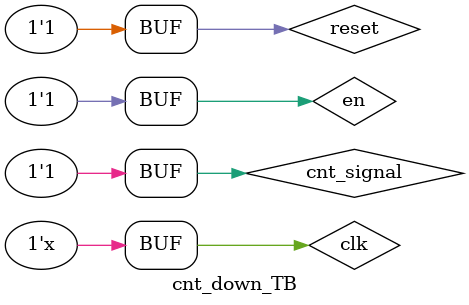
<source format=v>
module cnt_down_to_zero(reset, en, clk, cnt_signal, count_out);
    parameter init_val = 8'b11111111;
    parameter final_val = 8'b00000000;
    parameter step = 2;
    input reset, en, clk, cnt_signal;
    output [7:0] count_out;
    reg [7:0] count_out;
    initial
    count_out <= init_val;
    always @(reset)
    count_out <= init_val;
    always @(posedge clk) begin
        if(!reset)
            count_out <= init_val;
        else if(en) begin
            case (cnt_signal)
            0:if(count_out > final_val & count_out != init_val) count_out <= count_out - step;
            1:count_out <= count_out + step;
            default:$display("Wrong step number");
            endcase
         end    
    end
endmodule

module cnt_down_TB;
    parameter semiper = 1;
    reg reset, en, clk,cnt_signal;
    wire [7:0] count_out;
    cnt_down_to_zero cnt_DUT(reset,en,clk,cnt_signal,count_out);
    initial begin
       clk = 0;
       cnt_signal = 0;
       en = 0;
       reset = 1;
       #30
       en = 1;
       #174
       reset =0;
       #12
       reset =1;
       #3
       en = 0;
       #5
       en = 1;
       #500
       cnt_signal =1;
       
    end
    always #semiper 
    clk= ~clk;    
endmodule
</source>
